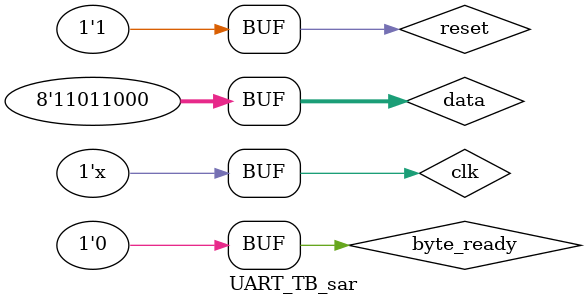
<source format=v>
`timescale 1ns / 1ns
module UART_TB_sar;


//Internal signals declarations:
reg reset;
reg clk;
reg byte_ready;
reg [7:0]data;
wire txd;
wire rxd;
wire [7:0]data_out;



// Unit Under Test port map
	UART_sar UUT (
		.reset(reset),
		.clk(clk),
		.byte_ready(byte_ready),
		.data(data),
		.txd(txd),
		.rxd(rxd),
		.data_out(data_out));	
		
assign rxd=txd;		

initial
    begin
        clk=0;
        reset=0;
        byte_ready=0;
        data=8'b11011000;
        #40 byte_ready=1;
        #50 reset=1;
        #200 byte_ready=0;
    end

always #80 clk=~clk;
	
endmodule

</source>
